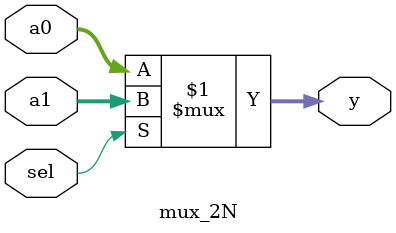
<source format=v>
module mux_2N #(parameter N = 2)(
    input  [N-1:0] a0, a1,
    input sel,
    output [N-1:0] y
);
    assign y = sel ? a1 : a0;
endmodule
</source>
